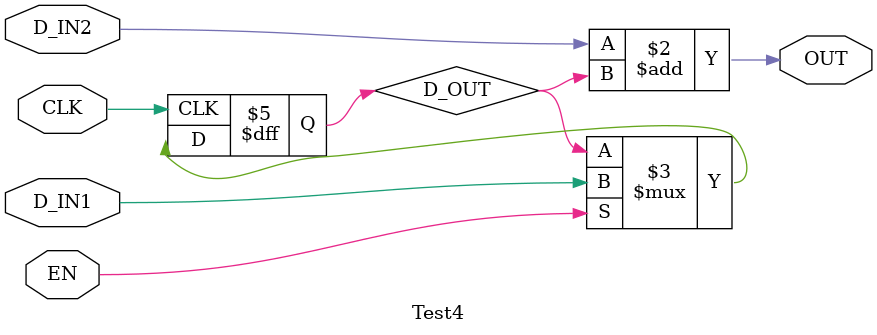
<source format=v>
`timescale 1ns / 1ps
module Test4(input CLK, input EN, input D_IN1, input D_IN2, output reg OUT);

    reg D_OUT;
    always@(posedge CLK) begin
        if(EN)
            D_OUT <= D_IN1;
    end
    assign OUT = D_IN2 + D_OUT;
endmodule
</source>
